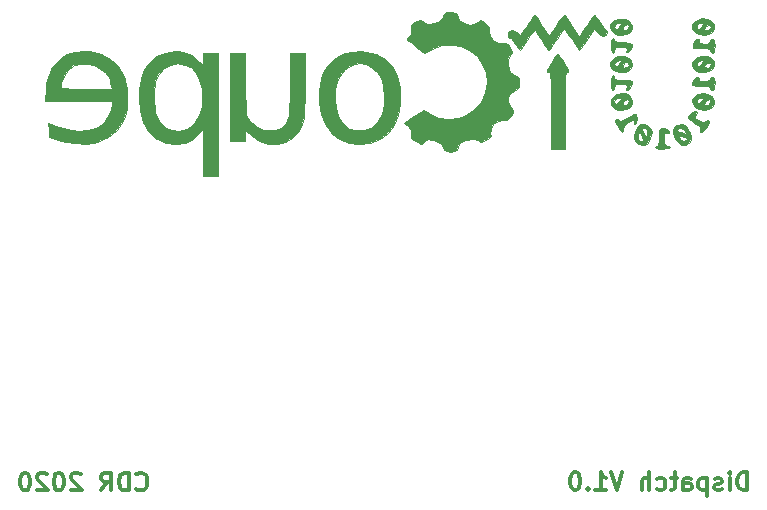
<source format=gbr>
G04 #@! TF.GenerationSoftware,KiCad,Pcbnew,(5.1.4)-1*
G04 #@! TF.CreationDate,2020-01-12T03:23:05+01:00*
G04 #@! TF.ProjectId,hub_usb_dispatch,6875625f-7573-4625-9f64-697370617463,rev?*
G04 #@! TF.SameCoordinates,Original*
G04 #@! TF.FileFunction,Legend,Bot*
G04 #@! TF.FilePolarity,Positive*
%FSLAX46Y46*%
G04 Gerber Fmt 4.6, Leading zero omitted, Abs format (unit mm)*
G04 Created by KiCad (PCBNEW (5.1.4)-1) date 2020-01-12 03:23:05*
%MOMM*%
%LPD*%
G04 APERTURE LIST*
%ADD10C,0.300000*%
%ADD11C,0.010000*%
G04 APERTURE END LIST*
D10*
X124964685Y-118610771D02*
X124964685Y-117110771D01*
X124607542Y-117110771D01*
X124393257Y-117182200D01*
X124250400Y-117325057D01*
X124178971Y-117467914D01*
X124107542Y-117753628D01*
X124107542Y-117967914D01*
X124178971Y-118253628D01*
X124250400Y-118396485D01*
X124393257Y-118539342D01*
X124607542Y-118610771D01*
X124964685Y-118610771D01*
X123464685Y-118610771D02*
X123464685Y-117610771D01*
X123464685Y-117110771D02*
X123536114Y-117182200D01*
X123464685Y-117253628D01*
X123393257Y-117182200D01*
X123464685Y-117110771D01*
X123464685Y-117253628D01*
X122821828Y-118539342D02*
X122678971Y-118610771D01*
X122393257Y-118610771D01*
X122250400Y-118539342D01*
X122178971Y-118396485D01*
X122178971Y-118325057D01*
X122250400Y-118182200D01*
X122393257Y-118110771D01*
X122607542Y-118110771D01*
X122750400Y-118039342D01*
X122821828Y-117896485D01*
X122821828Y-117825057D01*
X122750400Y-117682200D01*
X122607542Y-117610771D01*
X122393257Y-117610771D01*
X122250400Y-117682200D01*
X121536114Y-117610771D02*
X121536114Y-119110771D01*
X121536114Y-117682200D02*
X121393257Y-117610771D01*
X121107542Y-117610771D01*
X120964685Y-117682200D01*
X120893257Y-117753628D01*
X120821828Y-117896485D01*
X120821828Y-118325057D01*
X120893257Y-118467914D01*
X120964685Y-118539342D01*
X121107542Y-118610771D01*
X121393257Y-118610771D01*
X121536114Y-118539342D01*
X119536114Y-118610771D02*
X119536114Y-117825057D01*
X119607542Y-117682200D01*
X119750400Y-117610771D01*
X120036114Y-117610771D01*
X120178971Y-117682200D01*
X119536114Y-118539342D02*
X119678971Y-118610771D01*
X120036114Y-118610771D01*
X120178971Y-118539342D01*
X120250400Y-118396485D01*
X120250400Y-118253628D01*
X120178971Y-118110771D01*
X120036114Y-118039342D01*
X119678971Y-118039342D01*
X119536114Y-117967914D01*
X119036114Y-117610771D02*
X118464685Y-117610771D01*
X118821828Y-117110771D02*
X118821828Y-118396485D01*
X118750400Y-118539342D01*
X118607542Y-118610771D01*
X118464685Y-118610771D01*
X117321828Y-118539342D02*
X117464685Y-118610771D01*
X117750400Y-118610771D01*
X117893257Y-118539342D01*
X117964685Y-118467914D01*
X118036114Y-118325057D01*
X118036114Y-117896485D01*
X117964685Y-117753628D01*
X117893257Y-117682200D01*
X117750400Y-117610771D01*
X117464685Y-117610771D01*
X117321828Y-117682200D01*
X116678971Y-118610771D02*
X116678971Y-117110771D01*
X116036114Y-118610771D02*
X116036114Y-117825057D01*
X116107542Y-117682200D01*
X116250400Y-117610771D01*
X116464685Y-117610771D01*
X116607542Y-117682200D01*
X116678971Y-117753628D01*
X114393257Y-117110771D02*
X113893257Y-118610771D01*
X113393257Y-117110771D01*
X112107542Y-118610771D02*
X112964685Y-118610771D01*
X112536114Y-118610771D02*
X112536114Y-117110771D01*
X112678971Y-117325057D01*
X112821828Y-117467914D01*
X112964685Y-117539342D01*
X111464685Y-118467914D02*
X111393257Y-118539342D01*
X111464685Y-118610771D01*
X111536114Y-118539342D01*
X111464685Y-118467914D01*
X111464685Y-118610771D01*
X110464685Y-117110771D02*
X110321828Y-117110771D01*
X110178971Y-117182200D01*
X110107542Y-117253628D01*
X110036114Y-117396485D01*
X109964685Y-117682200D01*
X109964685Y-118039342D01*
X110036114Y-118325057D01*
X110107542Y-118467914D01*
X110178971Y-118539342D01*
X110321828Y-118610771D01*
X110464685Y-118610771D01*
X110607542Y-118539342D01*
X110678971Y-118467914D01*
X110750400Y-118325057D01*
X110821828Y-118039342D01*
X110821828Y-117682200D01*
X110750400Y-117396485D01*
X110678971Y-117253628D01*
X110607542Y-117182200D01*
X110464685Y-117110771D01*
X73247485Y-118493314D02*
X73318914Y-118564742D01*
X73533200Y-118636171D01*
X73676057Y-118636171D01*
X73890342Y-118564742D01*
X74033200Y-118421885D01*
X74104628Y-118279028D01*
X74176057Y-117993314D01*
X74176057Y-117779028D01*
X74104628Y-117493314D01*
X74033200Y-117350457D01*
X73890342Y-117207600D01*
X73676057Y-117136171D01*
X73533200Y-117136171D01*
X73318914Y-117207600D01*
X73247485Y-117279028D01*
X72604628Y-118636171D02*
X72604628Y-117136171D01*
X72247485Y-117136171D01*
X72033200Y-117207600D01*
X71890342Y-117350457D01*
X71818914Y-117493314D01*
X71747485Y-117779028D01*
X71747485Y-117993314D01*
X71818914Y-118279028D01*
X71890342Y-118421885D01*
X72033200Y-118564742D01*
X72247485Y-118636171D01*
X72604628Y-118636171D01*
X70247485Y-118636171D02*
X70747485Y-117921885D01*
X71104628Y-118636171D02*
X71104628Y-117136171D01*
X70533200Y-117136171D01*
X70390342Y-117207600D01*
X70318914Y-117279028D01*
X70247485Y-117421885D01*
X70247485Y-117636171D01*
X70318914Y-117779028D01*
X70390342Y-117850457D01*
X70533200Y-117921885D01*
X71104628Y-117921885D01*
X68533200Y-117279028D02*
X68461771Y-117207600D01*
X68318914Y-117136171D01*
X67961771Y-117136171D01*
X67818914Y-117207600D01*
X67747485Y-117279028D01*
X67676057Y-117421885D01*
X67676057Y-117564742D01*
X67747485Y-117779028D01*
X68604628Y-118636171D01*
X67676057Y-118636171D01*
X66747485Y-117136171D02*
X66604628Y-117136171D01*
X66461771Y-117207600D01*
X66390342Y-117279028D01*
X66318914Y-117421885D01*
X66247485Y-117707600D01*
X66247485Y-118064742D01*
X66318914Y-118350457D01*
X66390342Y-118493314D01*
X66461771Y-118564742D01*
X66604628Y-118636171D01*
X66747485Y-118636171D01*
X66890342Y-118564742D01*
X66961771Y-118493314D01*
X67033200Y-118350457D01*
X67104628Y-118064742D01*
X67104628Y-117707600D01*
X67033200Y-117421885D01*
X66961771Y-117279028D01*
X66890342Y-117207600D01*
X66747485Y-117136171D01*
X65676057Y-117279028D02*
X65604628Y-117207600D01*
X65461771Y-117136171D01*
X65104628Y-117136171D01*
X64961771Y-117207600D01*
X64890342Y-117279028D01*
X64818914Y-117421885D01*
X64818914Y-117564742D01*
X64890342Y-117779028D01*
X65747485Y-118636171D01*
X64818914Y-118636171D01*
X63890342Y-117136171D02*
X63747485Y-117136171D01*
X63604628Y-117207600D01*
X63533200Y-117279028D01*
X63461771Y-117421885D01*
X63390342Y-117707600D01*
X63390342Y-118064742D01*
X63461771Y-118350457D01*
X63533200Y-118493314D01*
X63604628Y-118564742D01*
X63747485Y-118636171D01*
X63890342Y-118636171D01*
X64033200Y-118564742D01*
X64104628Y-118493314D01*
X64176057Y-118350457D01*
X64247485Y-118064742D01*
X64247485Y-117707600D01*
X64176057Y-117421885D01*
X64104628Y-117279028D01*
X64033200Y-117207600D01*
X63890342Y-117136171D01*
D11*
G36*
X114021059Y-78701639D02*
G01*
X113594347Y-78867869D01*
X113371334Y-79146387D01*
X113371299Y-79500793D01*
X113479413Y-79724297D01*
X113673411Y-79939156D01*
X113942528Y-80031814D01*
X114239745Y-80047000D01*
X114718967Y-79985395D01*
X115009022Y-79803473D01*
X115188096Y-79466551D01*
X115172450Y-79327333D01*
X114955000Y-79327333D01*
X114865719Y-79576231D01*
X114586246Y-79665320D01*
X114548365Y-79666000D01*
X114387250Y-79629759D01*
X114414292Y-79476101D01*
X114447000Y-79412000D01*
X114622586Y-79219621D01*
X114817524Y-79162321D01*
X114943521Y-79254814D01*
X114955000Y-79327333D01*
X115172450Y-79327333D01*
X115151921Y-79144668D01*
X115148360Y-79140256D01*
X114243874Y-79140256D01*
X114113549Y-79355021D01*
X113914255Y-79545206D01*
X113749662Y-79543790D01*
X113692187Y-79374228D01*
X113727651Y-79230036D01*
X113902650Y-79066676D01*
X114064942Y-79031000D01*
X114236414Y-79046919D01*
X114243874Y-79140256D01*
X115148360Y-79140256D01*
X114937851Y-78879483D01*
X114583240Y-78712654D01*
X114125440Y-78685840D01*
X114021059Y-78701639D01*
X114021059Y-78701639D01*
G37*
X114021059Y-78701639D02*
X113594347Y-78867869D01*
X113371334Y-79146387D01*
X113371299Y-79500793D01*
X113479413Y-79724297D01*
X113673411Y-79939156D01*
X113942528Y-80031814D01*
X114239745Y-80047000D01*
X114718967Y-79985395D01*
X115009022Y-79803473D01*
X115188096Y-79466551D01*
X115172450Y-79327333D01*
X114955000Y-79327333D01*
X114865719Y-79576231D01*
X114586246Y-79665320D01*
X114548365Y-79666000D01*
X114387250Y-79629759D01*
X114414292Y-79476101D01*
X114447000Y-79412000D01*
X114622586Y-79219621D01*
X114817524Y-79162321D01*
X114943521Y-79254814D01*
X114955000Y-79327333D01*
X115172450Y-79327333D01*
X115151921Y-79144668D01*
X115148360Y-79140256D01*
X114243874Y-79140256D01*
X114113549Y-79355021D01*
X113914255Y-79545206D01*
X113749662Y-79543790D01*
X113692187Y-79374228D01*
X113727651Y-79230036D01*
X113902650Y-79066676D01*
X114064942Y-79031000D01*
X114236414Y-79046919D01*
X114243874Y-79140256D01*
X115148360Y-79140256D01*
X114937851Y-78879483D01*
X114583240Y-78712654D01*
X114125440Y-78685840D01*
X114021059Y-78701639D01*
G36*
X120759749Y-78773037D02*
G01*
X120475713Y-78978651D01*
X120314680Y-79247573D01*
X120320465Y-79548635D01*
X120521251Y-79836816D01*
X120850479Y-79998732D01*
X121279104Y-80046560D01*
X121696226Y-79981972D01*
X121983817Y-79814749D01*
X122172652Y-79457457D01*
X122161215Y-79357090D01*
X121881262Y-79357090D01*
X121803617Y-79486806D01*
X121606937Y-79629028D01*
X121406292Y-79660576D01*
X121305623Y-79567330D01*
X121305000Y-79554550D01*
X121401836Y-79367086D01*
X121610397Y-79228267D01*
X121807765Y-79218494D01*
X121813604Y-79221873D01*
X121881262Y-79357090D01*
X122161215Y-79357090D01*
X122136506Y-79140256D01*
X121228874Y-79140256D01*
X121098549Y-79355021D01*
X120899255Y-79545206D01*
X120734662Y-79543790D01*
X120677187Y-79374228D01*
X120712651Y-79230036D01*
X120887650Y-79066676D01*
X121049942Y-79031000D01*
X121221414Y-79046919D01*
X121228874Y-79140256D01*
X122136506Y-79140256D01*
X122132328Y-79103601D01*
X121911742Y-78847701D01*
X121521577Y-78676395D01*
X121122975Y-78661896D01*
X120759749Y-78773037D01*
X120759749Y-78773037D01*
G37*
X120759749Y-78773037D02*
X120475713Y-78978651D01*
X120314680Y-79247573D01*
X120320465Y-79548635D01*
X120521251Y-79836816D01*
X120850479Y-79998732D01*
X121279104Y-80046560D01*
X121696226Y-79981972D01*
X121983817Y-79814749D01*
X122172652Y-79457457D01*
X122161215Y-79357090D01*
X121881262Y-79357090D01*
X121803617Y-79486806D01*
X121606937Y-79629028D01*
X121406292Y-79660576D01*
X121305623Y-79567330D01*
X121305000Y-79554550D01*
X121401836Y-79367086D01*
X121610397Y-79228267D01*
X121807765Y-79218494D01*
X121813604Y-79221873D01*
X121881262Y-79357090D01*
X122161215Y-79357090D01*
X122136506Y-79140256D01*
X121228874Y-79140256D01*
X121098549Y-79355021D01*
X120899255Y-79545206D01*
X120734662Y-79543790D01*
X120677187Y-79374228D01*
X120712651Y-79230036D01*
X120887650Y-79066676D01*
X121049942Y-79031000D01*
X121221414Y-79046919D01*
X121228874Y-79140256D01*
X122136506Y-79140256D01*
X122132328Y-79103601D01*
X121911742Y-78847701D01*
X121521577Y-78676395D01*
X121122975Y-78661896D01*
X120759749Y-78773037D01*
G36*
X111931569Y-78494714D02*
G01*
X111722998Y-78758080D01*
X111453199Y-79136935D01*
X111341758Y-79302089D01*
X110739249Y-80208178D01*
X110148375Y-79304226D01*
X109869725Y-78893519D01*
X109637490Y-78579797D01*
X109489270Y-78412789D01*
X109463263Y-78398137D01*
X109354856Y-78495787D01*
X109147352Y-78757999D01*
X108878765Y-79135520D01*
X108772495Y-79293098D01*
X108175964Y-80190196D01*
X107614552Y-79293098D01*
X107345715Y-78881922D01*
X107119791Y-78569928D01*
X106974390Y-78407903D01*
X106950230Y-78396000D01*
X106840367Y-78496408D01*
X106636887Y-78764003D01*
X106377138Y-79148338D01*
X106278314Y-79303539D01*
X106000051Y-79740155D01*
X105819602Y-79989471D01*
X105702550Y-80081053D01*
X105614478Y-80044464D01*
X105539105Y-79938539D01*
X105256140Y-79708519D01*
X105018451Y-79666000D01*
X104760516Y-79707648D01*
X104672718Y-79878882D01*
X104668000Y-79983500D01*
X104734241Y-80238857D01*
X104858500Y-80301000D01*
X105027703Y-80355219D01*
X105049000Y-80401047D01*
X105123839Y-80551963D01*
X105311912Y-80812590D01*
X105403902Y-80926209D01*
X105758803Y-81351323D01*
X106307819Y-80508661D01*
X106576865Y-80113433D01*
X106800253Y-79817579D01*
X106938411Y-79672623D01*
X106955022Y-79665999D01*
X107062430Y-79767369D01*
X107256755Y-80035400D01*
X107499324Y-80415975D01*
X107543355Y-80489281D01*
X107789861Y-80884111D01*
X107994015Y-81176213D01*
X108117406Y-81311324D01*
X108127738Y-81314781D01*
X108236302Y-81217201D01*
X108443703Y-80955263D01*
X108711703Y-80578441D01*
X108813121Y-80428000D01*
X109087071Y-80023294D01*
X109304951Y-79715030D01*
X109431614Y-79552412D01*
X109448121Y-79539000D01*
X109533309Y-79637087D01*
X109722376Y-79898547D01*
X109980174Y-80274177D01*
X110083121Y-80428000D01*
X110361139Y-80833194D01*
X110588867Y-81141271D01*
X110729151Y-81302844D01*
X110750883Y-81315642D01*
X110849886Y-81215607D01*
X111046705Y-80950396D01*
X111304712Y-80570330D01*
X111399000Y-80425229D01*
X111970500Y-79536175D01*
X112229271Y-79855087D01*
X112513206Y-80102071D01*
X112784973Y-80178080D01*
X112983751Y-80083008D01*
X113050000Y-79856500D01*
X113017339Y-79617585D01*
X112954750Y-79538772D01*
X112839204Y-79440131D01*
X112644829Y-79187095D01*
X112498589Y-78967272D01*
X112279902Y-78647523D01*
X112106098Y-78440203D01*
X112040972Y-78395999D01*
X111931569Y-78494714D01*
X111931569Y-78494714D01*
G37*
X111931569Y-78494714D02*
X111722998Y-78758080D01*
X111453199Y-79136935D01*
X111341758Y-79302089D01*
X110739249Y-80208178D01*
X110148375Y-79304226D01*
X109869725Y-78893519D01*
X109637490Y-78579797D01*
X109489270Y-78412789D01*
X109463263Y-78398137D01*
X109354856Y-78495787D01*
X109147352Y-78757999D01*
X108878765Y-79135520D01*
X108772495Y-79293098D01*
X108175964Y-80190196D01*
X107614552Y-79293098D01*
X107345715Y-78881922D01*
X107119791Y-78569928D01*
X106974390Y-78407903D01*
X106950230Y-78396000D01*
X106840367Y-78496408D01*
X106636887Y-78764003D01*
X106377138Y-79148338D01*
X106278314Y-79303539D01*
X106000051Y-79740155D01*
X105819602Y-79989471D01*
X105702550Y-80081053D01*
X105614478Y-80044464D01*
X105539105Y-79938539D01*
X105256140Y-79708519D01*
X105018451Y-79666000D01*
X104760516Y-79707648D01*
X104672718Y-79878882D01*
X104668000Y-79983500D01*
X104734241Y-80238857D01*
X104858500Y-80301000D01*
X105027703Y-80355219D01*
X105049000Y-80401047D01*
X105123839Y-80551963D01*
X105311912Y-80812590D01*
X105403902Y-80926209D01*
X105758803Y-81351323D01*
X106307819Y-80508661D01*
X106576865Y-80113433D01*
X106800253Y-79817579D01*
X106938411Y-79672623D01*
X106955022Y-79665999D01*
X107062430Y-79767369D01*
X107256755Y-80035400D01*
X107499324Y-80415975D01*
X107543355Y-80489281D01*
X107789861Y-80884111D01*
X107994015Y-81176213D01*
X108117406Y-81311324D01*
X108127738Y-81314781D01*
X108236302Y-81217201D01*
X108443703Y-80955263D01*
X108711703Y-80578441D01*
X108813121Y-80428000D01*
X109087071Y-80023294D01*
X109304951Y-79715030D01*
X109431614Y-79552412D01*
X109448121Y-79539000D01*
X109533309Y-79637087D01*
X109722376Y-79898547D01*
X109980174Y-80274177D01*
X110083121Y-80428000D01*
X110361139Y-80833194D01*
X110588867Y-81141271D01*
X110729151Y-81302844D01*
X110750883Y-81315642D01*
X110849886Y-81215607D01*
X111046705Y-80950396D01*
X111304712Y-80570330D01*
X111399000Y-80425229D01*
X111970500Y-79536175D01*
X112229271Y-79855087D01*
X112513206Y-80102071D01*
X112784973Y-80178080D01*
X112983751Y-80083008D01*
X113050000Y-79856500D01*
X113017339Y-79617585D01*
X112954750Y-79538772D01*
X112839204Y-79440131D01*
X112644829Y-79187095D01*
X112498589Y-78967272D01*
X112279902Y-78647523D01*
X112106098Y-78440203D01*
X112040972Y-78395999D01*
X111931569Y-78494714D01*
G36*
X113485554Y-80415220D02*
G01*
X113439571Y-80707263D01*
X113431000Y-80936000D01*
X113453845Y-81298231D01*
X113512253Y-81528147D01*
X113558000Y-81571000D01*
X113661186Y-81464631D01*
X113685000Y-81317000D01*
X113723258Y-81156966D01*
X113881388Y-81082147D01*
X114224423Y-81063024D01*
X114244611Y-81063000D01*
X114588607Y-81076128D01*
X114737261Y-81135472D01*
X114748707Y-81270974D01*
X114737799Y-81317000D01*
X114731805Y-81528506D01*
X114841177Y-81547301D01*
X115015494Y-81373108D01*
X115051451Y-81318723D01*
X115206692Y-81007026D01*
X115183681Y-80813377D01*
X114959166Y-80713282D01*
X114509896Y-80682249D01*
X114447000Y-80682000D01*
X114004542Y-80667369D01*
X113766988Y-80615507D01*
X113686503Y-80514453D01*
X113685000Y-80491500D01*
X113616424Y-80322492D01*
X113558000Y-80301000D01*
X113485554Y-80415220D01*
X113485554Y-80415220D01*
G37*
X113485554Y-80415220D02*
X113439571Y-80707263D01*
X113431000Y-80936000D01*
X113453845Y-81298231D01*
X113512253Y-81528147D01*
X113558000Y-81571000D01*
X113661186Y-81464631D01*
X113685000Y-81317000D01*
X113723258Y-81156966D01*
X113881388Y-81082147D01*
X114224423Y-81063024D01*
X114244611Y-81063000D01*
X114588607Y-81076128D01*
X114737261Y-81135472D01*
X114748707Y-81270974D01*
X114737799Y-81317000D01*
X114731805Y-81528506D01*
X114841177Y-81547301D01*
X115015494Y-81373108D01*
X115051451Y-81318723D01*
X115206692Y-81007026D01*
X115183681Y-80813377D01*
X114959166Y-80713282D01*
X114509896Y-80682249D01*
X114447000Y-80682000D01*
X114004542Y-80667369D01*
X113766988Y-80615507D01*
X113686503Y-80514453D01*
X113685000Y-80491500D01*
X113616424Y-80322492D01*
X113558000Y-80301000D01*
X113485554Y-80415220D01*
G36*
X120643984Y-80397604D02*
G01*
X120472384Y-80624416D01*
X120359486Y-80904250D01*
X120326430Y-81061630D01*
X120385084Y-81147139D01*
X120587688Y-81182635D01*
X120986481Y-81189973D01*
X121042442Y-81190000D01*
X121487711Y-81204344D01*
X121727981Y-81255253D01*
X121811045Y-81354542D01*
X121813000Y-81380500D01*
X121914660Y-81548872D01*
X122003500Y-81571000D01*
X122129062Y-81496207D01*
X122186255Y-81241895D01*
X122194000Y-80999500D01*
X122169070Y-80622816D01*
X122084299Y-80451237D01*
X122003500Y-80428000D01*
X121835128Y-80529659D01*
X121813000Y-80618500D01*
X121731303Y-80749370D01*
X121458784Y-80804671D01*
X121291413Y-80809000D01*
X120958896Y-80788940D01*
X120832085Y-80716048D01*
X120841366Y-80622567D01*
X120847675Y-80422987D01*
X120805844Y-80369965D01*
X120643984Y-80397604D01*
X120643984Y-80397604D01*
G37*
X120643984Y-80397604D02*
X120472384Y-80624416D01*
X120359486Y-80904250D01*
X120326430Y-81061630D01*
X120385084Y-81147139D01*
X120587688Y-81182635D01*
X120986481Y-81189973D01*
X121042442Y-81190000D01*
X121487711Y-81204344D01*
X121727981Y-81255253D01*
X121811045Y-81354542D01*
X121813000Y-81380500D01*
X121914660Y-81548872D01*
X122003500Y-81571000D01*
X122129062Y-81496207D01*
X122186255Y-81241895D01*
X122194000Y-80999500D01*
X122169070Y-80622816D01*
X122084299Y-80451237D01*
X122003500Y-80428000D01*
X121835128Y-80529659D01*
X121813000Y-80618500D01*
X121731303Y-80749370D01*
X121458784Y-80804671D01*
X121291413Y-80809000D01*
X120958896Y-80788940D01*
X120832085Y-80716048D01*
X120841366Y-80622567D01*
X120847675Y-80422987D01*
X120805844Y-80369965D01*
X120643984Y-80397604D01*
G36*
X114023297Y-81851161D02*
G01*
X113658362Y-81995509D01*
X113558000Y-82079000D01*
X113342194Y-82372928D01*
X113344644Y-82658080D01*
X113501702Y-82939741D01*
X113782398Y-83145274D01*
X114186271Y-83232150D01*
X114610127Y-83196922D01*
X114950773Y-83036145D01*
X114998817Y-82989749D01*
X115166010Y-82698716D01*
X115171819Y-82670371D01*
X114911016Y-82670371D01*
X114733592Y-82814136D01*
X114562037Y-82841000D01*
X114390008Y-82806484D01*
X114411371Y-82657233D01*
X114447000Y-82587000D01*
X114635946Y-82363066D01*
X114819278Y-82375428D01*
X114891500Y-82460000D01*
X114911016Y-82670371D01*
X115171819Y-82670371D01*
X115209000Y-82488951D01*
X115146307Y-82315256D01*
X114243874Y-82315256D01*
X114113549Y-82530021D01*
X113914255Y-82720206D01*
X113749662Y-82718790D01*
X113692187Y-82549228D01*
X113727651Y-82405036D01*
X113902650Y-82241676D01*
X114064942Y-82206000D01*
X114236414Y-82221919D01*
X114243874Y-82315256D01*
X115146307Y-82315256D01*
X115098651Y-82183223D01*
X114815927Y-81963016D01*
X114433314Y-81846329D01*
X114023297Y-81851161D01*
X114023297Y-81851161D01*
G37*
X114023297Y-81851161D02*
X113658362Y-81995509D01*
X113558000Y-82079000D01*
X113342194Y-82372928D01*
X113344644Y-82658080D01*
X113501702Y-82939741D01*
X113782398Y-83145274D01*
X114186271Y-83232150D01*
X114610127Y-83196922D01*
X114950773Y-83036145D01*
X114998817Y-82989749D01*
X115166010Y-82698716D01*
X115171819Y-82670371D01*
X114911016Y-82670371D01*
X114733592Y-82814136D01*
X114562037Y-82841000D01*
X114390008Y-82806484D01*
X114411371Y-82657233D01*
X114447000Y-82587000D01*
X114635946Y-82363066D01*
X114819278Y-82375428D01*
X114891500Y-82460000D01*
X114911016Y-82670371D01*
X115171819Y-82670371D01*
X115209000Y-82488951D01*
X115146307Y-82315256D01*
X114243874Y-82315256D01*
X114113549Y-82530021D01*
X113914255Y-82720206D01*
X113749662Y-82718790D01*
X113692187Y-82549228D01*
X113727651Y-82405036D01*
X113902650Y-82241676D01*
X114064942Y-82206000D01*
X114236414Y-82221919D01*
X114243874Y-82315256D01*
X115146307Y-82315256D01*
X115098651Y-82183223D01*
X114815927Y-81963016D01*
X114433314Y-81846329D01*
X114023297Y-81851161D01*
G36*
X120759749Y-81948037D02*
G01*
X120475713Y-82153651D01*
X120314680Y-82422573D01*
X120320465Y-82723635D01*
X120521251Y-83011816D01*
X120850479Y-83173732D01*
X121279104Y-83221560D01*
X121696226Y-83156972D01*
X121983817Y-82989749D01*
X122172652Y-82632457D01*
X122163012Y-82547858D01*
X121884180Y-82547858D01*
X121797665Y-82729220D01*
X121597398Y-82836836D01*
X121545413Y-82841000D01*
X121346434Y-82791908D01*
X121305000Y-82729550D01*
X121399465Y-82546197D01*
X121602356Y-82403710D01*
X121792918Y-82384696D01*
X121801891Y-82389633D01*
X121884180Y-82547858D01*
X122163012Y-82547858D01*
X122136506Y-82315256D01*
X121228874Y-82315256D01*
X121098549Y-82530021D01*
X120899255Y-82720206D01*
X120734662Y-82718790D01*
X120677187Y-82549228D01*
X120712651Y-82405036D01*
X120887650Y-82241676D01*
X121049942Y-82206000D01*
X121221414Y-82221919D01*
X121228874Y-82315256D01*
X122136506Y-82315256D01*
X122132328Y-82278601D01*
X121911742Y-82022701D01*
X121521577Y-81851395D01*
X121122975Y-81836896D01*
X120759749Y-81948037D01*
X120759749Y-81948037D01*
G37*
X120759749Y-81948037D02*
X120475713Y-82153651D01*
X120314680Y-82422573D01*
X120320465Y-82723635D01*
X120521251Y-83011816D01*
X120850479Y-83173732D01*
X121279104Y-83221560D01*
X121696226Y-83156972D01*
X121983817Y-82989749D01*
X122172652Y-82632457D01*
X122163012Y-82547858D01*
X121884180Y-82547858D01*
X121797665Y-82729220D01*
X121597398Y-82836836D01*
X121545413Y-82841000D01*
X121346434Y-82791908D01*
X121305000Y-82729550D01*
X121399465Y-82546197D01*
X121602356Y-82403710D01*
X121792918Y-82384696D01*
X121801891Y-82389633D01*
X121884180Y-82547858D01*
X122163012Y-82547858D01*
X122136506Y-82315256D01*
X121228874Y-82315256D01*
X121098549Y-82530021D01*
X120899255Y-82720206D01*
X120734662Y-82718790D01*
X120677187Y-82549228D01*
X120712651Y-82405036D01*
X120887650Y-82241676D01*
X121049942Y-82206000D01*
X121221414Y-82221919D01*
X121228874Y-82315256D01*
X122136506Y-82315256D01*
X122132328Y-82278601D01*
X121911742Y-82022701D01*
X121521577Y-81851395D01*
X121122975Y-81836896D01*
X120759749Y-81948037D01*
G36*
X113485554Y-83590220D02*
G01*
X113439571Y-83882263D01*
X113431000Y-84111000D01*
X113453845Y-84473231D01*
X113512253Y-84703147D01*
X113558000Y-84746000D01*
X113661186Y-84639631D01*
X113685000Y-84492000D01*
X113723258Y-84331966D01*
X113881388Y-84257147D01*
X114224423Y-84238024D01*
X114244611Y-84238000D01*
X114588607Y-84251128D01*
X114737261Y-84310472D01*
X114748707Y-84445974D01*
X114737799Y-84492000D01*
X114731805Y-84703506D01*
X114841177Y-84722301D01*
X115015494Y-84548108D01*
X115051451Y-84493723D01*
X115206692Y-84182026D01*
X115183681Y-83988377D01*
X114959166Y-83888282D01*
X114509896Y-83857249D01*
X114447000Y-83857000D01*
X114004542Y-83842369D01*
X113766988Y-83790507D01*
X113686503Y-83689453D01*
X113685000Y-83666500D01*
X113616424Y-83497492D01*
X113558000Y-83476000D01*
X113485554Y-83590220D01*
X113485554Y-83590220D01*
G37*
X113485554Y-83590220D02*
X113439571Y-83882263D01*
X113431000Y-84111000D01*
X113453845Y-84473231D01*
X113512253Y-84703147D01*
X113558000Y-84746000D01*
X113661186Y-84639631D01*
X113685000Y-84492000D01*
X113723258Y-84331966D01*
X113881388Y-84257147D01*
X114224423Y-84238024D01*
X114244611Y-84238000D01*
X114588607Y-84251128D01*
X114737261Y-84310472D01*
X114748707Y-84445974D01*
X114737799Y-84492000D01*
X114731805Y-84703506D01*
X114841177Y-84722301D01*
X115015494Y-84548108D01*
X115051451Y-84493723D01*
X115206692Y-84182026D01*
X115183681Y-83988377D01*
X114959166Y-83888282D01*
X114509896Y-83857249D01*
X114447000Y-83857000D01*
X114004542Y-83842369D01*
X113766988Y-83790507D01*
X113686503Y-83689453D01*
X113685000Y-83666500D01*
X113616424Y-83497492D01*
X113558000Y-83476000D01*
X113485554Y-83590220D01*
G36*
X120566109Y-83707355D02*
G01*
X120401533Y-83949568D01*
X120298413Y-84223355D01*
X120289000Y-84309767D01*
X120404417Y-84338902D01*
X120704401Y-84358916D01*
X121051000Y-84365000D01*
X121493459Y-84379630D01*
X121731013Y-84431492D01*
X121811498Y-84532546D01*
X121813000Y-84555500D01*
X121914660Y-84723872D01*
X122003500Y-84746000D01*
X122129062Y-84671207D01*
X122186255Y-84416895D01*
X122194000Y-84174500D01*
X122169070Y-83797816D01*
X122084299Y-83626237D01*
X122003500Y-83603000D01*
X121835128Y-83704659D01*
X121813000Y-83793500D01*
X121731303Y-83924370D01*
X121458784Y-83979671D01*
X121291413Y-83984000D01*
X120960012Y-83964630D01*
X120832971Y-83893038D01*
X120842927Y-83793500D01*
X120822982Y-83629814D01*
X120726371Y-83603000D01*
X120566109Y-83707355D01*
X120566109Y-83707355D01*
G37*
X120566109Y-83707355D02*
X120401533Y-83949568D01*
X120298413Y-84223355D01*
X120289000Y-84309767D01*
X120404417Y-84338902D01*
X120704401Y-84358916D01*
X121051000Y-84365000D01*
X121493459Y-84379630D01*
X121731013Y-84431492D01*
X121811498Y-84532546D01*
X121813000Y-84555500D01*
X121914660Y-84723872D01*
X122003500Y-84746000D01*
X122129062Y-84671207D01*
X122186255Y-84416895D01*
X122194000Y-84174500D01*
X122169070Y-83797816D01*
X122084299Y-83626237D01*
X122003500Y-83603000D01*
X121835128Y-83704659D01*
X121813000Y-83793500D01*
X121731303Y-83924370D01*
X121458784Y-83979671D01*
X121291413Y-83984000D01*
X120960012Y-83964630D01*
X120832971Y-83893038D01*
X120842927Y-83793500D01*
X120822982Y-83629814D01*
X120726371Y-83603000D01*
X120566109Y-83707355D01*
G36*
X113921437Y-85081213D02*
G01*
X113575099Y-85295582D01*
X113394550Y-85599200D01*
X113416450Y-85948162D01*
X113488402Y-86088016D01*
X113681604Y-86295144D01*
X113960033Y-86383773D01*
X114239745Y-86397000D01*
X114734961Y-86329936D01*
X114998817Y-86164749D01*
X115182185Y-85812099D01*
X115170050Y-85677333D01*
X114955000Y-85677333D01*
X114865719Y-85926231D01*
X114586246Y-86015320D01*
X114548365Y-86016000D01*
X114387250Y-85979759D01*
X114414292Y-85826101D01*
X114447000Y-85762000D01*
X114622586Y-85569621D01*
X114817524Y-85512321D01*
X114943521Y-85604814D01*
X114955000Y-85677333D01*
X115170050Y-85677333D01*
X115151397Y-85470181D01*
X114230861Y-85470181D01*
X114125975Y-85685937D01*
X114118536Y-85697409D01*
X113915685Y-85909435D01*
X113753938Y-85915729D01*
X113685091Y-85715432D01*
X113685000Y-85704592D01*
X113794790Y-85520456D01*
X114055327Y-85398576D01*
X114206315Y-85381000D01*
X114230861Y-85470181D01*
X115151397Y-85470181D01*
X115150631Y-85461679D01*
X114936131Y-85175363D01*
X114570659Y-85015026D01*
X114396901Y-85000000D01*
X113921437Y-85081213D01*
X113921437Y-85081213D01*
G37*
X113921437Y-85081213D02*
X113575099Y-85295582D01*
X113394550Y-85599200D01*
X113416450Y-85948162D01*
X113488402Y-86088016D01*
X113681604Y-86295144D01*
X113960033Y-86383773D01*
X114239745Y-86397000D01*
X114734961Y-86329936D01*
X114998817Y-86164749D01*
X115182185Y-85812099D01*
X115170050Y-85677333D01*
X114955000Y-85677333D01*
X114865719Y-85926231D01*
X114586246Y-86015320D01*
X114548365Y-86016000D01*
X114387250Y-85979759D01*
X114414292Y-85826101D01*
X114447000Y-85762000D01*
X114622586Y-85569621D01*
X114817524Y-85512321D01*
X114943521Y-85604814D01*
X114955000Y-85677333D01*
X115170050Y-85677333D01*
X115151397Y-85470181D01*
X114230861Y-85470181D01*
X114125975Y-85685937D01*
X114118536Y-85697409D01*
X113915685Y-85909435D01*
X113753938Y-85915729D01*
X113685091Y-85715432D01*
X113685000Y-85704592D01*
X113794790Y-85520456D01*
X114055327Y-85398576D01*
X114206315Y-85381000D01*
X114230861Y-85470181D01*
X115151397Y-85470181D01*
X115150631Y-85461679D01*
X114936131Y-85175363D01*
X114570659Y-85015026D01*
X114396901Y-85000000D01*
X113921437Y-85081213D01*
G36*
X120803911Y-85084994D02*
G01*
X120486496Y-85304381D01*
X120321660Y-85604766D01*
X120341806Y-85932756D01*
X120521251Y-86186816D01*
X120835052Y-86339007D01*
X121258219Y-86393790D01*
X121678460Y-86350356D01*
X121983484Y-86207896D01*
X121994429Y-86197428D01*
X122173390Y-85876900D01*
X122162564Y-85762000D01*
X121813000Y-85762000D01*
X121723198Y-85974256D01*
X121559000Y-86016000D01*
X121352477Y-85973367D01*
X121305000Y-85914400D01*
X121396485Y-85731054D01*
X121586533Y-85556789D01*
X121711401Y-85508000D01*
X121794010Y-85614581D01*
X121813000Y-85762000D01*
X122162564Y-85762000D01*
X122141918Y-85542887D01*
X122097641Y-85480407D01*
X121232946Y-85480407D01*
X121088679Y-85688515D01*
X120881044Y-85870985D01*
X120722795Y-85865745D01*
X120681375Y-85692251D01*
X120712651Y-85580036D01*
X120887484Y-85417317D01*
X121052944Y-85381000D01*
X121227616Y-85394740D01*
X121232946Y-85480407D01*
X122097641Y-85480407D01*
X121934302Y-85249922D01*
X121584832Y-85052538D01*
X121241500Y-85000000D01*
X120803911Y-85084994D01*
X120803911Y-85084994D01*
G37*
X120803911Y-85084994D02*
X120486496Y-85304381D01*
X120321660Y-85604766D01*
X120341806Y-85932756D01*
X120521251Y-86186816D01*
X120835052Y-86339007D01*
X121258219Y-86393790D01*
X121678460Y-86350356D01*
X121983484Y-86207896D01*
X121994429Y-86197428D01*
X122173390Y-85876900D01*
X122162564Y-85762000D01*
X121813000Y-85762000D01*
X121723198Y-85974256D01*
X121559000Y-86016000D01*
X121352477Y-85973367D01*
X121305000Y-85914400D01*
X121396485Y-85731054D01*
X121586533Y-85556789D01*
X121711401Y-85508000D01*
X121794010Y-85614581D01*
X121813000Y-85762000D01*
X122162564Y-85762000D01*
X122141918Y-85542887D01*
X122097641Y-85480407D01*
X121232946Y-85480407D01*
X121088679Y-85688515D01*
X120881044Y-85870985D01*
X120722795Y-85865745D01*
X120681375Y-85692251D01*
X120712651Y-85580036D01*
X120887484Y-85417317D01*
X121052944Y-85381000D01*
X121227616Y-85394740D01*
X121232946Y-85480407D01*
X122097641Y-85480407D01*
X121934302Y-85249922D01*
X121584832Y-85052538D01*
X121241500Y-85000000D01*
X120803911Y-85084994D01*
G36*
X115374746Y-86764759D02*
G01*
X115090902Y-86894941D01*
X114802929Y-87059494D01*
X114417816Y-87276578D01*
X114187987Y-87349494D01*
X114069680Y-87291862D01*
X114067505Y-87288433D01*
X113906388Y-87189729D01*
X113832579Y-87209781D01*
X113796068Y-87374608D01*
X113940009Y-87703260D01*
X113958164Y-87734458D01*
X114193901Y-88089932D01*
X114367999Y-88264259D01*
X114457275Y-88235345D01*
X114461625Y-88214245D01*
X114465955Y-88004134D01*
X114461243Y-87921000D01*
X114550198Y-87738462D01*
X114790727Y-87513542D01*
X114891118Y-87443582D01*
X115171702Y-87268968D01*
X115299408Y-87229329D01*
X115334433Y-87321383D01*
X115336000Y-87419327D01*
X115384706Y-87595666D01*
X115463000Y-87603500D01*
X115551593Y-87431227D01*
X115588831Y-87139879D01*
X115566909Y-86860620D01*
X115514123Y-86744456D01*
X115374746Y-86764759D01*
X115374746Y-86764759D01*
G37*
X115374746Y-86764759D02*
X115090902Y-86894941D01*
X114802929Y-87059494D01*
X114417816Y-87276578D01*
X114187987Y-87349494D01*
X114069680Y-87291862D01*
X114067505Y-87288433D01*
X113906388Y-87189729D01*
X113832579Y-87209781D01*
X113796068Y-87374608D01*
X113940009Y-87703260D01*
X113958164Y-87734458D01*
X114193901Y-88089932D01*
X114367999Y-88264259D01*
X114457275Y-88235345D01*
X114461625Y-88214245D01*
X114465955Y-88004134D01*
X114461243Y-87921000D01*
X114550198Y-87738462D01*
X114790727Y-87513542D01*
X114891118Y-87443582D01*
X115171702Y-87268968D01*
X115299408Y-87229329D01*
X115334433Y-87321383D01*
X115336000Y-87419327D01*
X115384706Y-87595666D01*
X115463000Y-87603500D01*
X115551593Y-87431227D01*
X115588831Y-87139879D01*
X115566909Y-86860620D01*
X115514123Y-86744456D01*
X115374746Y-86764759D01*
G36*
X120379836Y-86597304D02*
G01*
X120138892Y-86764246D01*
X119951789Y-86945372D01*
X119908000Y-87033847D01*
X120008687Y-87157326D01*
X120266847Y-87350125D01*
X120483487Y-87485550D01*
X120831428Y-87715657D01*
X120982864Y-87898045D01*
X120982929Y-88062404D01*
X120962545Y-88270473D01*
X121062682Y-88306957D01*
X121238683Y-88193227D01*
X121445894Y-87950655D01*
X121543741Y-87794000D01*
X121705374Y-87468700D01*
X121721816Y-87312660D01*
X121656027Y-87286000D01*
X121409786Y-87368290D01*
X121361408Y-87407392D01*
X121168524Y-87428091D01*
X120836396Y-87272972D01*
X120808061Y-87255291D01*
X120574019Y-87076989D01*
X120499893Y-86954417D01*
X120523054Y-86932815D01*
X120640328Y-86808398D01*
X120666326Y-86628412D01*
X120585462Y-86525035D01*
X120571259Y-86524000D01*
X120379836Y-86597304D01*
X120379836Y-86597304D01*
G37*
X120379836Y-86597304D02*
X120138892Y-86764246D01*
X119951789Y-86945372D01*
X119908000Y-87033847D01*
X120008687Y-87157326D01*
X120266847Y-87350125D01*
X120483487Y-87485550D01*
X120831428Y-87715657D01*
X120982864Y-87898045D01*
X120982929Y-88062404D01*
X120962545Y-88270473D01*
X121062682Y-88306957D01*
X121238683Y-88193227D01*
X121445894Y-87950655D01*
X121543741Y-87794000D01*
X121705374Y-87468700D01*
X121721816Y-87312660D01*
X121656027Y-87286000D01*
X121409786Y-87368290D01*
X121361408Y-87407392D01*
X121168524Y-87428091D01*
X120836396Y-87272972D01*
X120808061Y-87255291D01*
X120574019Y-87076989D01*
X120499893Y-86954417D01*
X120523054Y-86932815D01*
X120640328Y-86808398D01*
X120666326Y-86628412D01*
X120585462Y-86525035D01*
X120571259Y-86524000D01*
X120379836Y-86597304D01*
G36*
X68057450Y-81501746D02*
G01*
X67396454Y-81689266D01*
X66831893Y-82031073D01*
X66588622Y-82244186D01*
X66114096Y-82800344D01*
X65803168Y-83428466D01*
X65628296Y-84194236D01*
X65583881Y-84640348D01*
X65515706Y-85635000D01*
X71140000Y-85635000D01*
X71137211Y-85984250D01*
X71058453Y-86413805D01*
X70863687Y-86910302D01*
X70606641Y-87354677D01*
X70423039Y-87566906D01*
X69849404Y-87918192D01*
X69117642Y-88121176D01*
X68278673Y-88171831D01*
X67383418Y-88066129D01*
X66656700Y-87864801D01*
X65792899Y-87559959D01*
X65831200Y-88153229D01*
X65869500Y-88746500D01*
X66564535Y-88976928D01*
X67283124Y-89152768D01*
X68089391Y-89250486D01*
X68892015Y-89266213D01*
X69599679Y-89196080D01*
X69917000Y-89118971D01*
X70832206Y-88707429D01*
X71565196Y-88119561D01*
X72114256Y-87356917D01*
X72296274Y-86968500D01*
X72365423Y-86673013D01*
X72419854Y-86204526D01*
X72451424Y-85643954D01*
X72456013Y-85381000D01*
X72446424Y-84740430D01*
X72435125Y-84619000D01*
X71169625Y-84619000D01*
X68995813Y-84619000D01*
X68206785Y-84618066D01*
X67636317Y-84612252D01*
X67248971Y-84597034D01*
X67009307Y-84567890D01*
X66881886Y-84520298D01*
X66831268Y-84449735D01*
X66822015Y-84351678D01*
X66822000Y-84341596D01*
X66876342Y-84060587D01*
X67013143Y-83679639D01*
X67083634Y-83523730D01*
X67463577Y-83002192D01*
X67981869Y-82654876D01*
X68588024Y-82486128D01*
X69231559Y-82500292D01*
X69861991Y-82701714D01*
X70428834Y-83094738D01*
X70555996Y-83224882D01*
X70813546Y-83537286D01*
X70980086Y-83791704D01*
X71014735Y-83889115D01*
X71047498Y-84133784D01*
X71093047Y-84333250D01*
X71169625Y-84619000D01*
X72435125Y-84619000D01*
X72402680Y-84270351D01*
X72312181Y-83888170D01*
X72175136Y-83539500D01*
X71679168Y-82709368D01*
X71034705Y-82084707D01*
X70247415Y-81669120D01*
X69322966Y-81466211D01*
X68881671Y-81445240D01*
X68057450Y-81501746D01*
X68057450Y-81501746D01*
G37*
X68057450Y-81501746D02*
X67396454Y-81689266D01*
X66831893Y-82031073D01*
X66588622Y-82244186D01*
X66114096Y-82800344D01*
X65803168Y-83428466D01*
X65628296Y-84194236D01*
X65583881Y-84640348D01*
X65515706Y-85635000D01*
X71140000Y-85635000D01*
X71137211Y-85984250D01*
X71058453Y-86413805D01*
X70863687Y-86910302D01*
X70606641Y-87354677D01*
X70423039Y-87566906D01*
X69849404Y-87918192D01*
X69117642Y-88121176D01*
X68278673Y-88171831D01*
X67383418Y-88066129D01*
X66656700Y-87864801D01*
X65792899Y-87559959D01*
X65831200Y-88153229D01*
X65869500Y-88746500D01*
X66564535Y-88976928D01*
X67283124Y-89152768D01*
X68089391Y-89250486D01*
X68892015Y-89266213D01*
X69599679Y-89196080D01*
X69917000Y-89118971D01*
X70832206Y-88707429D01*
X71565196Y-88119561D01*
X72114256Y-87356917D01*
X72296274Y-86968500D01*
X72365423Y-86673013D01*
X72419854Y-86204526D01*
X72451424Y-85643954D01*
X72456013Y-85381000D01*
X72446424Y-84740430D01*
X72435125Y-84619000D01*
X71169625Y-84619000D01*
X68995813Y-84619000D01*
X68206785Y-84618066D01*
X67636317Y-84612252D01*
X67248971Y-84597034D01*
X67009307Y-84567890D01*
X66881886Y-84520298D01*
X66831268Y-84449735D01*
X66822015Y-84351678D01*
X66822000Y-84341596D01*
X66876342Y-84060587D01*
X67013143Y-83679639D01*
X67083634Y-83523730D01*
X67463577Y-83002192D01*
X67981869Y-82654876D01*
X68588024Y-82486128D01*
X69231559Y-82500292D01*
X69861991Y-82701714D01*
X70428834Y-83094738D01*
X70555996Y-83224882D01*
X70813546Y-83537286D01*
X70980086Y-83791704D01*
X71014735Y-83889115D01*
X71047498Y-84133784D01*
X71093047Y-84333250D01*
X71169625Y-84619000D01*
X72435125Y-84619000D01*
X72402680Y-84270351D01*
X72312181Y-83888170D01*
X72175136Y-83539500D01*
X71679168Y-82709368D01*
X71034705Y-82084707D01*
X70247415Y-81669120D01*
X69322966Y-81466211D01*
X68881671Y-81445240D01*
X68057450Y-81501746D01*
G36*
X86252292Y-84015750D02*
G01*
X86245264Y-84812811D01*
X86226148Y-85553101D01*
X86197196Y-86187151D01*
X86160659Y-86665490D01*
X86119380Y-86936540D01*
X85869297Y-87532472D01*
X85495546Y-87917430D01*
X84971949Y-88114986D01*
X84781402Y-88141265D01*
X84037720Y-88108323D01*
X83411474Y-87851597D01*
X82891895Y-87366577D01*
X82872492Y-87341465D01*
X82506500Y-86861979D01*
X82465555Y-84216489D01*
X82424610Y-81571000D01*
X81173000Y-81571000D01*
X81173000Y-89064000D01*
X82443000Y-89064000D01*
X82443000Y-88087328D01*
X82927959Y-88548658D01*
X83598906Y-89020664D01*
X84360948Y-89267822D01*
X85171927Y-89281525D01*
X85788792Y-89132751D01*
X86426022Y-88794705D01*
X86917825Y-88273226D01*
X87188039Y-87794000D01*
X87276046Y-87583642D01*
X87343601Y-87355101D01*
X87394200Y-87070381D01*
X87431337Y-86691489D01*
X87458507Y-86180428D01*
X87479205Y-85499206D01*
X87496926Y-84609828D01*
X87500534Y-84396750D01*
X87547494Y-81571000D01*
X86253000Y-81571000D01*
X86252292Y-84015750D01*
X86252292Y-84015750D01*
G37*
X86252292Y-84015750D02*
X86245264Y-84812811D01*
X86226148Y-85553101D01*
X86197196Y-86187151D01*
X86160659Y-86665490D01*
X86119380Y-86936540D01*
X85869297Y-87532472D01*
X85495546Y-87917430D01*
X84971949Y-88114986D01*
X84781402Y-88141265D01*
X84037720Y-88108323D01*
X83411474Y-87851597D01*
X82891895Y-87366577D01*
X82872492Y-87341465D01*
X82506500Y-86861979D01*
X82465555Y-84216489D01*
X82424610Y-81571000D01*
X81173000Y-81571000D01*
X81173000Y-89064000D01*
X82443000Y-89064000D01*
X82443000Y-88087328D01*
X82927959Y-88548658D01*
X83598906Y-89020664D01*
X84360948Y-89267822D01*
X85171927Y-89281525D01*
X85788792Y-89132751D01*
X86426022Y-88794705D01*
X86917825Y-88273226D01*
X87188039Y-87794000D01*
X87276046Y-87583642D01*
X87343601Y-87355101D01*
X87394200Y-87070381D01*
X87431337Y-86691489D01*
X87458507Y-86180428D01*
X87479205Y-85499206D01*
X87496926Y-84609828D01*
X87500534Y-84396750D01*
X87547494Y-81571000D01*
X86253000Y-81571000D01*
X86252292Y-84015750D01*
G36*
X91458135Y-81479978D02*
G01*
X90866108Y-81602018D01*
X90370891Y-81840304D01*
X89897457Y-82223070D01*
X89738377Y-82380607D01*
X89328336Y-82848106D01*
X89064046Y-83289270D01*
X88881127Y-83805458D01*
X88697022Y-84810995D01*
X88693977Y-85813716D01*
X88862463Y-86763138D01*
X89192950Y-87608774D01*
X89675907Y-88300139D01*
X89742625Y-88369309D01*
X90425814Y-88879236D01*
X91237266Y-89196280D01*
X92126156Y-89307677D01*
X93041660Y-89200663D01*
X93047500Y-89199246D01*
X93839474Y-88883156D01*
X94502653Y-88368291D01*
X95022021Y-87682970D01*
X95382559Y-86855509D01*
X95569251Y-85914227D01*
X95567759Y-85208614D01*
X94237028Y-85208614D01*
X94188064Y-86029108D01*
X94005215Y-86771435D01*
X93702132Y-87388872D01*
X93292466Y-87834694D01*
X93084756Y-87963079D01*
X92487732Y-88144437D01*
X91850091Y-88154777D01*
X91270208Y-87997717D01*
X91077079Y-87889250D01*
X90629477Y-87476900D01*
X90322950Y-86927454D01*
X90142747Y-86205954D01*
X90081573Y-85529768D01*
X90098424Y-84642690D01*
X90243444Y-83939518D01*
X90530277Y-83377447D01*
X90894029Y-82980182D01*
X91474200Y-82613212D01*
X92079635Y-82476806D01*
X92673350Y-82555274D01*
X93218363Y-82832925D01*
X93677691Y-83294069D01*
X94014351Y-83923016D01*
X94138455Y-84356677D01*
X94237028Y-85208614D01*
X95567759Y-85208614D01*
X95567079Y-84887440D01*
X95522093Y-84532989D01*
X95267276Y-83522658D01*
X94854530Y-82708186D01*
X94287266Y-82092760D01*
X93568891Y-81679569D01*
X92702813Y-81471802D01*
X92222000Y-81445948D01*
X91458135Y-81479978D01*
X91458135Y-81479978D01*
G37*
X91458135Y-81479978D02*
X90866108Y-81602018D01*
X90370891Y-81840304D01*
X89897457Y-82223070D01*
X89738377Y-82380607D01*
X89328336Y-82848106D01*
X89064046Y-83289270D01*
X88881127Y-83805458D01*
X88697022Y-84810995D01*
X88693977Y-85813716D01*
X88862463Y-86763138D01*
X89192950Y-87608774D01*
X89675907Y-88300139D01*
X89742625Y-88369309D01*
X90425814Y-88879236D01*
X91237266Y-89196280D01*
X92126156Y-89307677D01*
X93041660Y-89200663D01*
X93047500Y-89199246D01*
X93839474Y-88883156D01*
X94502653Y-88368291D01*
X95022021Y-87682970D01*
X95382559Y-86855509D01*
X95569251Y-85914227D01*
X95567759Y-85208614D01*
X94237028Y-85208614D01*
X94188064Y-86029108D01*
X94005215Y-86771435D01*
X93702132Y-87388872D01*
X93292466Y-87834694D01*
X93084756Y-87963079D01*
X92487732Y-88144437D01*
X91850091Y-88154777D01*
X91270208Y-87997717D01*
X91077079Y-87889250D01*
X90629477Y-87476900D01*
X90322950Y-86927454D01*
X90142747Y-86205954D01*
X90081573Y-85529768D01*
X90098424Y-84642690D01*
X90243444Y-83939518D01*
X90530277Y-83377447D01*
X90894029Y-82980182D01*
X91474200Y-82613212D01*
X92079635Y-82476806D01*
X92673350Y-82555274D01*
X93218363Y-82832925D01*
X93677691Y-83294069D01*
X94014351Y-83923016D01*
X94138455Y-84356677D01*
X94237028Y-85208614D01*
X95567759Y-85208614D01*
X95567079Y-84887440D01*
X95522093Y-84532989D01*
X95267276Y-83522658D01*
X94854530Y-82708186D01*
X94287266Y-82092760D01*
X93568891Y-81679569D01*
X92702813Y-81471802D01*
X92222000Y-81445948D01*
X91458135Y-81479978D01*
G36*
X116004697Y-87592805D02*
G01*
X115744732Y-87782672D01*
X115510716Y-88125271D01*
X115361116Y-88521421D01*
X115336000Y-88727143D01*
X115446250Y-89081996D01*
X115724372Y-89326227D01*
X116091430Y-89409220D01*
X116322923Y-89359999D01*
X116522366Y-89175317D01*
X116654214Y-88940237D01*
X116155787Y-88940237D01*
X116143270Y-89044219D01*
X115986035Y-89063984D01*
X115974262Y-89064000D01*
X115786325Y-89005532D01*
X115719887Y-88786243D01*
X115717000Y-88683000D01*
X115734483Y-88415268D01*
X115776594Y-88302021D01*
X115777239Y-88302000D01*
X115869811Y-88402416D01*
X116015994Y-88647710D01*
X116034500Y-88683000D01*
X116155787Y-88940237D01*
X116654214Y-88940237D01*
X116709496Y-88841673D01*
X116834908Y-88461382D01*
X116853626Y-88302000D01*
X116479000Y-88302000D01*
X116461518Y-88569731D01*
X116419407Y-88682978D01*
X116418762Y-88683000D01*
X116326190Y-88582583D01*
X116180007Y-88337289D01*
X116161500Y-88302000D01*
X116040214Y-88044762D01*
X116052731Y-87940780D01*
X116209966Y-87921015D01*
X116221739Y-87921000D01*
X116409676Y-87979467D01*
X116476114Y-88198756D01*
X116479000Y-88302000D01*
X116853626Y-88302000D01*
X116860000Y-88247734D01*
X116752280Y-87934438D01*
X116490310Y-87686638D01*
X116165877Y-87574619D01*
X116004697Y-87592805D01*
X116004697Y-87592805D01*
G37*
X116004697Y-87592805D02*
X115744732Y-87782672D01*
X115510716Y-88125271D01*
X115361116Y-88521421D01*
X115336000Y-88727143D01*
X115446250Y-89081996D01*
X115724372Y-89326227D01*
X116091430Y-89409220D01*
X116322923Y-89359999D01*
X116522366Y-89175317D01*
X116654214Y-88940237D01*
X116155787Y-88940237D01*
X116143270Y-89044219D01*
X115986035Y-89063984D01*
X115974262Y-89064000D01*
X115786325Y-89005532D01*
X115719887Y-88786243D01*
X115717000Y-88683000D01*
X115734483Y-88415268D01*
X115776594Y-88302021D01*
X115777239Y-88302000D01*
X115869811Y-88402416D01*
X116015994Y-88647710D01*
X116034500Y-88683000D01*
X116155787Y-88940237D01*
X116654214Y-88940237D01*
X116709496Y-88841673D01*
X116834908Y-88461382D01*
X116853626Y-88302000D01*
X116479000Y-88302000D01*
X116461518Y-88569731D01*
X116419407Y-88682978D01*
X116418762Y-88683000D01*
X116326190Y-88582583D01*
X116180007Y-88337289D01*
X116161500Y-88302000D01*
X116040214Y-88044762D01*
X116052731Y-87940780D01*
X116209966Y-87921015D01*
X116221739Y-87921000D01*
X116409676Y-87979467D01*
X116476114Y-88198756D01*
X116479000Y-88302000D01*
X116853626Y-88302000D01*
X116860000Y-88247734D01*
X116752280Y-87934438D01*
X116490310Y-87686638D01*
X116165877Y-87574619D01*
X116004697Y-87592805D01*
G36*
X119060110Y-87660730D02*
G01*
X118934692Y-87732455D01*
X118719100Y-87915985D01*
X118655545Y-88141728D01*
X118682622Y-88409737D01*
X118848541Y-88861906D01*
X119085295Y-89159250D01*
X119340787Y-89363876D01*
X119527644Y-89421841D01*
X119764650Y-89357919D01*
X119858667Y-89320546D01*
X120128178Y-89097030D01*
X120167341Y-88863170D01*
X119849062Y-88863170D01*
X119790185Y-89003560D01*
X119608405Y-89064000D01*
X119386163Y-88981625D01*
X119298400Y-88911600D01*
X119157772Y-88709834D01*
X119202967Y-88609043D01*
X119336500Y-88623485D01*
X119636531Y-88717576D01*
X119725550Y-88745603D01*
X119849062Y-88863170D01*
X120167341Y-88863170D01*
X120189593Y-88730301D01*
X120089831Y-88386719D01*
X119748367Y-88386719D01*
X119677363Y-88412908D01*
X119594888Y-88384757D01*
X119307447Y-88311506D01*
X119199113Y-88302000D01*
X119039808Y-88200114D01*
X119019000Y-88111500D01*
X119106417Y-87952965D01*
X119308332Y-87932791D01*
X119534240Y-88039371D01*
X119664307Y-88194257D01*
X119748367Y-88386719D01*
X120089831Y-88386719D01*
X120042431Y-88223476D01*
X120031694Y-88199205D01*
X119758619Y-87771686D01*
X119434136Y-87591930D01*
X119060110Y-87660730D01*
X119060110Y-87660730D01*
G37*
X119060110Y-87660730D02*
X118934692Y-87732455D01*
X118719100Y-87915985D01*
X118655545Y-88141728D01*
X118682622Y-88409737D01*
X118848541Y-88861906D01*
X119085295Y-89159250D01*
X119340787Y-89363876D01*
X119527644Y-89421841D01*
X119764650Y-89357919D01*
X119858667Y-89320546D01*
X120128178Y-89097030D01*
X120167341Y-88863170D01*
X119849062Y-88863170D01*
X119790185Y-89003560D01*
X119608405Y-89064000D01*
X119386163Y-88981625D01*
X119298400Y-88911600D01*
X119157772Y-88709834D01*
X119202967Y-88609043D01*
X119336500Y-88623485D01*
X119636531Y-88717576D01*
X119725550Y-88745603D01*
X119849062Y-88863170D01*
X120167341Y-88863170D01*
X120189593Y-88730301D01*
X120089831Y-88386719D01*
X119748367Y-88386719D01*
X119677363Y-88412908D01*
X119594888Y-88384757D01*
X119307447Y-88311506D01*
X119199113Y-88302000D01*
X119039808Y-88200114D01*
X119019000Y-88111500D01*
X119106417Y-87952965D01*
X119308332Y-87932791D01*
X119534240Y-88039371D01*
X119664307Y-88194257D01*
X119748367Y-88386719D01*
X120089831Y-88386719D01*
X120042431Y-88223476D01*
X120031694Y-88199205D01*
X119758619Y-87771686D01*
X119434136Y-87591930D01*
X119060110Y-87660730D01*
G36*
X108774801Y-81794269D02*
G01*
X108604808Y-82045878D01*
X108431619Y-82338283D01*
X108173891Y-82774421D01*
X108032489Y-83036580D01*
X107993827Y-83169040D01*
X108044320Y-83216087D01*
X108160500Y-83222000D01*
X108219483Y-83250632D01*
X108265152Y-83354957D01*
X108299132Y-83562617D01*
X108323050Y-83901254D01*
X108338531Y-84398509D01*
X108347203Y-85082024D01*
X108350690Y-85979441D01*
X108351000Y-86460500D01*
X108351000Y-89699000D01*
X109494000Y-89699000D01*
X109494000Y-86460500D01*
X109495564Y-85460535D01*
X109501379Y-84686617D01*
X109513137Y-84110808D01*
X109532528Y-83705166D01*
X109561239Y-83441754D01*
X109600963Y-83292629D01*
X109653387Y-83229854D01*
X109689854Y-83222000D01*
X109779302Y-83178059D01*
X109747931Y-83017872D01*
X109585145Y-82698889D01*
X109539592Y-82618750D01*
X109251299Y-82116635D01*
X109055860Y-81818969D01*
X108911089Y-81715073D01*
X108774801Y-81794269D01*
X108774801Y-81794269D01*
G37*
X108774801Y-81794269D02*
X108604808Y-82045878D01*
X108431619Y-82338283D01*
X108173891Y-82774421D01*
X108032489Y-83036580D01*
X107993827Y-83169040D01*
X108044320Y-83216087D01*
X108160500Y-83222000D01*
X108219483Y-83250632D01*
X108265152Y-83354957D01*
X108299132Y-83562617D01*
X108323050Y-83901254D01*
X108338531Y-84398509D01*
X108347203Y-85082024D01*
X108350690Y-85979441D01*
X108351000Y-86460500D01*
X108351000Y-89699000D01*
X109494000Y-89699000D01*
X109494000Y-86460500D01*
X109495564Y-85460535D01*
X109501379Y-84686617D01*
X109513137Y-84110808D01*
X109532528Y-83705166D01*
X109561239Y-83441754D01*
X109600963Y-83292629D01*
X109653387Y-83229854D01*
X109689854Y-83222000D01*
X109779302Y-83178059D01*
X109747931Y-83017872D01*
X109585145Y-82698889D01*
X109539592Y-82618750D01*
X109251299Y-82116635D01*
X109055860Y-81818969D01*
X108911089Y-81715073D01*
X108774801Y-81794269D01*
G36*
X117623269Y-87949710D02*
G01*
X117524682Y-88175901D01*
X117495211Y-88623256D01*
X117495000Y-88683000D01*
X117480370Y-89125458D01*
X117428508Y-89363012D01*
X117327454Y-89443497D01*
X117304500Y-89445000D01*
X117135493Y-89513576D01*
X117114000Y-89572000D01*
X117228221Y-89644446D01*
X117520264Y-89690429D01*
X117749000Y-89699000D01*
X118111232Y-89676155D01*
X118341148Y-89617747D01*
X118384000Y-89572000D01*
X118277632Y-89468814D01*
X118130000Y-89445000D01*
X117969967Y-89406742D01*
X117895148Y-89248612D01*
X117876025Y-88905577D01*
X117876000Y-88885389D01*
X117889129Y-88541393D01*
X117948473Y-88392739D01*
X118083975Y-88381293D01*
X118130000Y-88392201D01*
X118337026Y-88388474D01*
X118367760Y-88269079D01*
X118220513Y-88102824D01*
X118138350Y-88052468D01*
X117818612Y-87917595D01*
X117623269Y-87949710D01*
X117623269Y-87949710D01*
G37*
X117623269Y-87949710D02*
X117524682Y-88175901D01*
X117495211Y-88623256D01*
X117495000Y-88683000D01*
X117480370Y-89125458D01*
X117428508Y-89363012D01*
X117327454Y-89443497D01*
X117304500Y-89445000D01*
X117135493Y-89513576D01*
X117114000Y-89572000D01*
X117228221Y-89644446D01*
X117520264Y-89690429D01*
X117749000Y-89699000D01*
X118111232Y-89676155D01*
X118341148Y-89617747D01*
X118384000Y-89572000D01*
X118277632Y-89468814D01*
X118130000Y-89445000D01*
X117969967Y-89406742D01*
X117895148Y-89248612D01*
X117876025Y-88905577D01*
X117876000Y-88885389D01*
X117889129Y-88541393D01*
X117948473Y-88392739D01*
X118083975Y-88381293D01*
X118130000Y-88392201D01*
X118337026Y-88388474D01*
X118367760Y-88269079D01*
X118220513Y-88102824D01*
X118138350Y-88052468D01*
X117818612Y-87917595D01*
X117623269Y-87949710D01*
G36*
X99485908Y-78166392D02*
G01*
X99304123Y-78276823D01*
X99189468Y-78518704D01*
X99045367Y-78780775D01*
X98787113Y-78956736D01*
X98465824Y-79069924D01*
X98095760Y-79166451D01*
X97869870Y-79171882D01*
X97692567Y-79078968D01*
X97604832Y-79004629D01*
X97418443Y-78859320D01*
X97251466Y-78833783D01*
X97000195Y-78925942D01*
X96864384Y-78989794D01*
X96565040Y-79155235D01*
X96449035Y-79316520D01*
X96461184Y-79556788D01*
X96467265Y-79588071D01*
X96452346Y-79994423D01*
X96330075Y-80195465D01*
X96188530Y-80384390D01*
X96170362Y-80466658D01*
X96287829Y-80559988D01*
X96546175Y-80769386D01*
X96889884Y-81049851D01*
X96895907Y-81054779D01*
X97569313Y-81605798D01*
X98273065Y-81249732D01*
X99103863Y-80955605D01*
X99930198Y-80890938D01*
X100718026Y-81035100D01*
X101433301Y-81367460D01*
X102041981Y-81867390D01*
X102510019Y-82514258D01*
X102803373Y-83287435D01*
X102890000Y-84047499D01*
X102775008Y-84941887D01*
X102439810Y-85720680D01*
X101899078Y-86364981D01*
X101167480Y-86855889D01*
X100513860Y-87108708D01*
X99689270Y-87220432D01*
X98859720Y-87094132D01*
X98079976Y-86738663D01*
X98031595Y-86707357D01*
X97554690Y-86392528D01*
X96730931Y-86945146D01*
X95907172Y-87497763D01*
X96233223Y-87804073D01*
X96464830Y-88097616D01*
X96499916Y-88400607D01*
X96491221Y-88450646D01*
X96482035Y-88692601D01*
X96608302Y-88877002D01*
X96883028Y-89062233D01*
X97179254Y-89226657D01*
X97352475Y-89263526D01*
X97496868Y-89176998D01*
X97583294Y-89093150D01*
X97758517Y-88952932D01*
X97957587Y-88914672D01*
X98274340Y-88968229D01*
X98416117Y-89003164D01*
X98813185Y-89135934D01*
X99043705Y-89317838D01*
X99171631Y-89553292D01*
X99312722Y-89817633D01*
X99509399Y-89930374D01*
X99832516Y-89953000D01*
X100166194Y-89929592D01*
X100344202Y-89816398D01*
X100463606Y-89548960D01*
X100470020Y-89529649D01*
X100585126Y-89268958D01*
X100764541Y-89110881D01*
X101087216Y-88998167D01*
X101261168Y-88955931D01*
X101666140Y-88876781D01*
X101913550Y-88878783D01*
X102088042Y-88966583D01*
X102131568Y-89003728D01*
X102297544Y-89120154D01*
X102477902Y-89120461D01*
X102770986Y-89001277D01*
X102815227Y-88980299D01*
X103110991Y-88816347D01*
X103222613Y-88656070D01*
X103204545Y-88416028D01*
X103199318Y-88391745D01*
X103229930Y-87997979D01*
X103457118Y-87643839D01*
X103824116Y-87387225D01*
X104274158Y-87286040D01*
X104283379Y-87286000D01*
X104633740Y-87240668D01*
X104864160Y-87057121D01*
X104972717Y-86892441D01*
X105118264Y-86618244D01*
X105125105Y-86431986D01*
X104988063Y-86205539D01*
X104942462Y-86143514D01*
X104742524Y-85720129D01*
X104736599Y-85308502D01*
X104911322Y-84973436D01*
X105222052Y-84787946D01*
X105485120Y-84680903D01*
X105609463Y-84500683D01*
X105658263Y-84165065D01*
X105661959Y-83825534D01*
X105566095Y-83630137D01*
X105309732Y-83471961D01*
X105245513Y-83440943D01*
X104910906Y-83220486D01*
X104794139Y-82966877D01*
X104793056Y-82938304D01*
X104742770Y-82625515D01*
X104677536Y-82471079D01*
X104664955Y-82223778D01*
X104828116Y-81934369D01*
X104992132Y-81690167D01*
X105022107Y-81506488D01*
X104922497Y-81263221D01*
X104857532Y-81141192D01*
X104673103Y-80855809D01*
X104481491Y-80750571D01*
X104232646Y-80760666D01*
X103819895Y-80709236D01*
X103449578Y-80480731D01*
X103189287Y-80138980D01*
X103106613Y-79747807D01*
X103111615Y-79702079D01*
X103109059Y-79407982D01*
X102958399Y-79184148D01*
X102778241Y-79041851D01*
X102388678Y-78764458D01*
X102036089Y-79019479D01*
X101778802Y-79174359D01*
X101534855Y-79208850D01*
X101184004Y-79137443D01*
X101145056Y-79126861D01*
X100775345Y-78989909D01*
X100569453Y-78793058D01*
X100468456Y-78560611D01*
X100351211Y-78287904D01*
X100180162Y-78169183D01*
X99859523Y-78142078D01*
X99825545Y-78142000D01*
X99485908Y-78166392D01*
X99485908Y-78166392D01*
G37*
X99485908Y-78166392D02*
X99304123Y-78276823D01*
X99189468Y-78518704D01*
X99045367Y-78780775D01*
X98787113Y-78956736D01*
X98465824Y-79069924D01*
X98095760Y-79166451D01*
X97869870Y-79171882D01*
X97692567Y-79078968D01*
X97604832Y-79004629D01*
X97418443Y-78859320D01*
X97251466Y-78833783D01*
X97000195Y-78925942D01*
X96864384Y-78989794D01*
X96565040Y-79155235D01*
X96449035Y-79316520D01*
X96461184Y-79556788D01*
X96467265Y-79588071D01*
X96452346Y-79994423D01*
X96330075Y-80195465D01*
X96188530Y-80384390D01*
X96170362Y-80466658D01*
X96287829Y-80559988D01*
X96546175Y-80769386D01*
X96889884Y-81049851D01*
X96895907Y-81054779D01*
X97569313Y-81605798D01*
X98273065Y-81249732D01*
X99103863Y-80955605D01*
X99930198Y-80890938D01*
X100718026Y-81035100D01*
X101433301Y-81367460D01*
X102041981Y-81867390D01*
X102510019Y-82514258D01*
X102803373Y-83287435D01*
X102890000Y-84047499D01*
X102775008Y-84941887D01*
X102439810Y-85720680D01*
X101899078Y-86364981D01*
X101167480Y-86855889D01*
X100513860Y-87108708D01*
X99689270Y-87220432D01*
X98859720Y-87094132D01*
X98079976Y-86738663D01*
X98031595Y-86707357D01*
X97554690Y-86392528D01*
X96730931Y-86945146D01*
X95907172Y-87497763D01*
X96233223Y-87804073D01*
X96464830Y-88097616D01*
X96499916Y-88400607D01*
X96491221Y-88450646D01*
X96482035Y-88692601D01*
X96608302Y-88877002D01*
X96883028Y-89062233D01*
X97179254Y-89226657D01*
X97352475Y-89263526D01*
X97496868Y-89176998D01*
X97583294Y-89093150D01*
X97758517Y-88952932D01*
X97957587Y-88914672D01*
X98274340Y-88968229D01*
X98416117Y-89003164D01*
X98813185Y-89135934D01*
X99043705Y-89317838D01*
X99171631Y-89553292D01*
X99312722Y-89817633D01*
X99509399Y-89930374D01*
X99832516Y-89953000D01*
X100166194Y-89929592D01*
X100344202Y-89816398D01*
X100463606Y-89548960D01*
X100470020Y-89529649D01*
X100585126Y-89268958D01*
X100764541Y-89110881D01*
X101087216Y-88998167D01*
X101261168Y-88955931D01*
X101666140Y-88876781D01*
X101913550Y-88878783D01*
X102088042Y-88966583D01*
X102131568Y-89003728D01*
X102297544Y-89120154D01*
X102477902Y-89120461D01*
X102770986Y-89001277D01*
X102815227Y-88980299D01*
X103110991Y-88816347D01*
X103222613Y-88656070D01*
X103204545Y-88416028D01*
X103199318Y-88391745D01*
X103229930Y-87997979D01*
X103457118Y-87643839D01*
X103824116Y-87387225D01*
X104274158Y-87286040D01*
X104283379Y-87286000D01*
X104633740Y-87240668D01*
X104864160Y-87057121D01*
X104972717Y-86892441D01*
X105118264Y-86618244D01*
X105125105Y-86431986D01*
X104988063Y-86205539D01*
X104942462Y-86143514D01*
X104742524Y-85720129D01*
X104736599Y-85308502D01*
X104911322Y-84973436D01*
X105222052Y-84787946D01*
X105485120Y-84680903D01*
X105609463Y-84500683D01*
X105658263Y-84165065D01*
X105661959Y-83825534D01*
X105566095Y-83630137D01*
X105309732Y-83471961D01*
X105245513Y-83440943D01*
X104910906Y-83220486D01*
X104794139Y-82966877D01*
X104793056Y-82938304D01*
X104742770Y-82625515D01*
X104677536Y-82471079D01*
X104664955Y-82223778D01*
X104828116Y-81934369D01*
X104992132Y-81690167D01*
X105022107Y-81506488D01*
X104922497Y-81263221D01*
X104857532Y-81141192D01*
X104673103Y-80855809D01*
X104481491Y-80750571D01*
X104232646Y-80760666D01*
X103819895Y-80709236D01*
X103449578Y-80480731D01*
X103189287Y-80138980D01*
X103106613Y-79747807D01*
X103111615Y-79702079D01*
X103109059Y-79407982D01*
X102958399Y-79184148D01*
X102778241Y-79041851D01*
X102388678Y-78764458D01*
X102036089Y-79019479D01*
X101778802Y-79174359D01*
X101534855Y-79208850D01*
X101184004Y-79137443D01*
X101145056Y-79126861D01*
X100775345Y-78989909D01*
X100569453Y-78793058D01*
X100468456Y-78560611D01*
X100351211Y-78287904D01*
X100180162Y-78169183D01*
X99859523Y-78142078D01*
X99825545Y-78142000D01*
X99485908Y-78166392D01*
G36*
X75647221Y-81556302D02*
G01*
X74921242Y-81883848D01*
X74299298Y-82438588D01*
X74295289Y-82443264D01*
X73866972Y-83077112D01*
X73589346Y-83821026D01*
X73449374Y-84719050D01*
X73426000Y-85379616D01*
X73512879Y-86500832D01*
X73773663Y-87437204D01*
X74208574Y-88189228D01*
X74817834Y-88757398D01*
X74989190Y-88865967D01*
X75765693Y-89192380D01*
X76561988Y-89293850D01*
X77332533Y-89174819D01*
X78031788Y-88839730D01*
X78401924Y-88533076D01*
X78887000Y-88048000D01*
X78887000Y-91985000D01*
X80157000Y-91985000D01*
X80157000Y-85389036D01*
X78823155Y-85389036D01*
X78755921Y-86166515D01*
X78559952Y-86880644D01*
X78232799Y-87473611D01*
X78060025Y-87668430D01*
X77490078Y-88070076D01*
X76871639Y-88223543D01*
X76215877Y-88127548D01*
X75775500Y-87931102D01*
X75483944Y-87690189D01*
X75187177Y-87327990D01*
X75077000Y-87152507D01*
X74927177Y-86856373D01*
X74833048Y-86567075D01*
X74782147Y-86212562D01*
X74762007Y-85720780D01*
X74759500Y-85317500D01*
X74765845Y-84714372D01*
X74793809Y-84293003D01*
X74856789Y-83981285D01*
X74968178Y-83707112D01*
X75104419Y-83460775D01*
X75551385Y-82902141D01*
X76100057Y-82576000D01*
X76753171Y-82480924D01*
X76950988Y-82495044D01*
X77387451Y-82591022D01*
X77773511Y-82751003D01*
X77853759Y-82801885D01*
X78276957Y-83254631D01*
X78581223Y-83875280D01*
X78764106Y-84606020D01*
X78823155Y-85389036D01*
X80157000Y-85389036D01*
X80157000Y-81571000D01*
X78887000Y-81571000D01*
X78887000Y-82638548D01*
X78410750Y-82175835D01*
X77937752Y-81782131D01*
X77462179Y-81554663D01*
X76889959Y-81457583D01*
X76497483Y-81446789D01*
X75647221Y-81556302D01*
X75647221Y-81556302D01*
G37*
X75647221Y-81556302D02*
X74921242Y-81883848D01*
X74299298Y-82438588D01*
X74295289Y-82443264D01*
X73866972Y-83077112D01*
X73589346Y-83821026D01*
X73449374Y-84719050D01*
X73426000Y-85379616D01*
X73512879Y-86500832D01*
X73773663Y-87437204D01*
X74208574Y-88189228D01*
X74817834Y-88757398D01*
X74989190Y-88865967D01*
X75765693Y-89192380D01*
X76561988Y-89293850D01*
X77332533Y-89174819D01*
X78031788Y-88839730D01*
X78401924Y-88533076D01*
X78887000Y-88048000D01*
X78887000Y-91985000D01*
X80157000Y-91985000D01*
X80157000Y-85389036D01*
X78823155Y-85389036D01*
X78755921Y-86166515D01*
X78559952Y-86880644D01*
X78232799Y-87473611D01*
X78060025Y-87668430D01*
X77490078Y-88070076D01*
X76871639Y-88223543D01*
X76215877Y-88127548D01*
X75775500Y-87931102D01*
X75483944Y-87690189D01*
X75187177Y-87327990D01*
X75077000Y-87152507D01*
X74927177Y-86856373D01*
X74833048Y-86567075D01*
X74782147Y-86212562D01*
X74762007Y-85720780D01*
X74759500Y-85317500D01*
X74765845Y-84714372D01*
X74793809Y-84293003D01*
X74856789Y-83981285D01*
X74968178Y-83707112D01*
X75104419Y-83460775D01*
X75551385Y-82902141D01*
X76100057Y-82576000D01*
X76753171Y-82480924D01*
X76950988Y-82495044D01*
X77387451Y-82591022D01*
X77773511Y-82751003D01*
X77853759Y-82801885D01*
X78276957Y-83254631D01*
X78581223Y-83875280D01*
X78764106Y-84606020D01*
X78823155Y-85389036D01*
X80157000Y-85389036D01*
X80157000Y-81571000D01*
X78887000Y-81571000D01*
X78887000Y-82638548D01*
X78410750Y-82175835D01*
X77937752Y-81782131D01*
X77462179Y-81554663D01*
X76889959Y-81457583D01*
X76497483Y-81446789D01*
X75647221Y-81556302D01*
M02*

</source>
